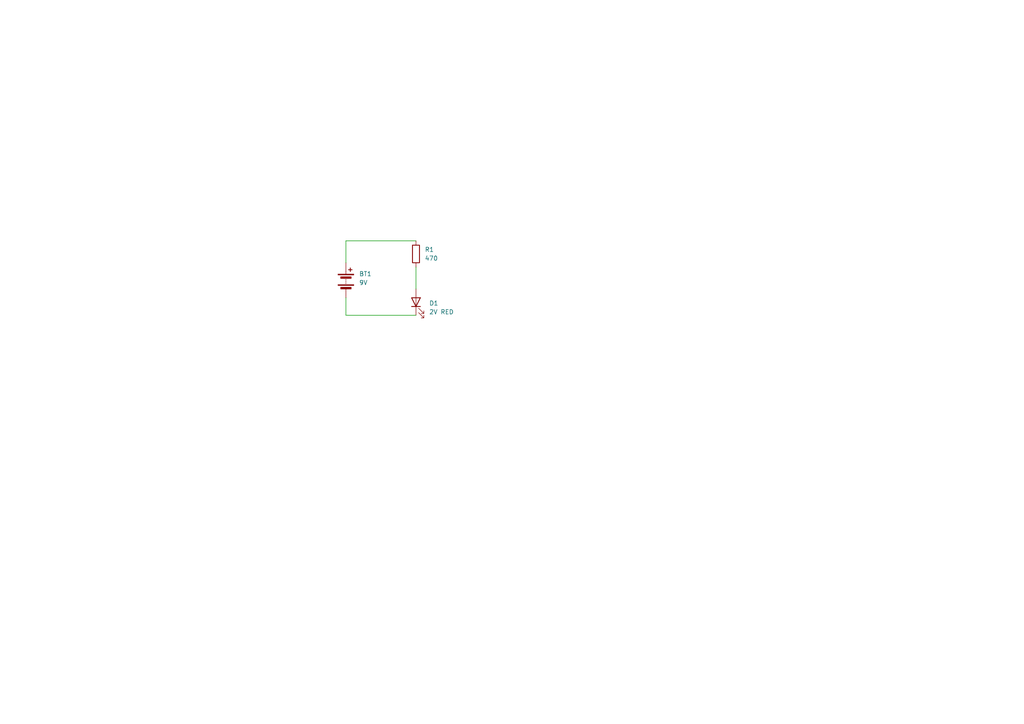
<source format=kicad_sch>
(kicad_sch (version 20231120) (generator "eeschema") (generator_version "8.0")
  (paper "A4")
  (lib_symbols
    (symbol "Device:Battery" (pin_numbers hide) (pin_names (offset 0) hide)
      (property "Reference" "BT" (at 2.54 2.54 0))
      (property "Value" "Battery" (at 2.54 0 0))
      (symbol "Battery_0_1"
        (rectangle (start -2.286 -1.27) (end 2.286 -1.524) (fill (type outline)))
        (rectangle (start -2.286 1.778) (end 2.286 1.524) (fill (type outline)))
        (rectangle (start -1.524 -2.032) (end 1.524 -2.54) (fill (type outline)))
        (rectangle (start -1.524 1.016) (end 1.524 0.508) (fill (type outline)))
        (polyline (pts (xy 0 -1.016) (xy 0 -0.762)))
        (polyline (pts (xy 0 -0.508) (xy 0 -0.254)))
        (polyline (pts (xy 0 0) (xy 0 0.254)))
        (polyline (pts (xy 0 1.778) (xy 0 2.54)))
        (polyline (pts (xy 0.762 3.048) (xy 1.778 3.048)) (stroke (width 0.254)))
        (polyline (pts (xy 1.27 3.556) (xy 1.27 2.54)) (stroke (width 0.254)))
      )
      (symbol "Battery_1_1"
        (pin passive line (at 0 5.08 270) (length 2.54) (name "+") (number "1"))
        (pin passive line (at 0 -5.08 90) (length 2.54) (name "-") (number "2"))
      )
    )
    (symbol "Device:LED" (pin_numbers hide) (pin_names (offset 1.016) hide)
      (property "Reference" "D" (at 0 2.54 0))
      (property "Value" "LED" (at 0 -2.54 0))
      (symbol "LED_0_1"
        (polyline (pts (xy -1.27 -1.27) (xy -1.27 1.27)) (stroke (width 0.254)))
        (polyline (pts (xy -1.27 0) (xy 1.27 0)))
        (polyline (pts (xy 1.27 -1.27) (xy 1.27 1.27) (xy -1.27 0) (xy 1.27 -1.27)) (stroke (width 0.254)))
        (polyline (pts (xy -3.048 -0.762) (xy -4.572 -2.286) (xy -3.81 -2.286) (xy -4.572 -2.286) (xy -4.572 -1.524)))
        (polyline (pts (xy -1.778 -0.762) (xy -3.302 -2.286) (xy -2.54 -2.286) (xy -3.302 -2.286) (xy -3.302 -1.524)))
      )
      (symbol "LED_1_1"
        (pin passive line (at -3.81 0 0) (length 2.54) (name "K") (number "1"))
        (pin passive line (at 3.81 0 180) (length 2.54) (name "A") (number "2"))
      )
    )
    (symbol "Device:R" (pin_numbers hide) (pin_names (offset 0))
      (property "Reference" "R" (at 2.032 0 90))
      (property "Value" "R" (at 0 0 90))
      (symbol "R_0_1"
        (rectangle (start -1.016 -2.54) (end 1.016 2.54) (stroke (width 0.254)))
      )
      (symbol "R_1_1"
        (pin passive line (at 0 3.81 270) (length 1.27) (name "~") (number "1"))
        (pin passive line (at 0 -3.81 90) (length 1.27) (name "~") (number "2"))
      )
    )
  )
  (wire (pts (xy 100.33 76.2) (xy 100.33 69.85)))
  (wire (pts (xy 100.33 91.44) (xy 100.33 86.36)))
  (wire (pts (xy 120.65 91.44) (xy 100.33 91.44)))
  (wire (pts (xy 100.33 69.85) (xy 120.65 69.85)))
  (wire (pts (xy 120.65 77.47) (xy 120.65 83.82)))
  (symbol (lib_id "Device:LED") (at 120.65 87.63 90) (unit 1)
    (property "Reference" "D1" (at 124.46 87.9474 90) (effects (justify right)))
    (property "Value" "2V RED" (at 124.46 90.4874 90) (effects (justify right)))
    (property "Footprint" "Battery:BatteryHolder_Keystone_107_1x23mm" (effects (hide yes)))
    (property "Description" "Light emitting diode" (effects (hide yes)))
  )
  (symbol (lib_id "Device:R") (at 120.65 73.66 0) (unit 1)
    (property "Reference" "R1" (at 123.19 72.3899 0) (effects (justify left)))
    (property "Value" "470" (at 123.19 74.9299 0) (effects (justify left)))
    (property "Description" "Resistor" (effects (hide yes)))
  )
  (symbol (lib_id "Device:Battery") (at 100.33 81.28 0) (unit 1)
    (property "Reference" "BT1" (at 104.14 79.4384 0) (effects (justify left)))
    (property "Value" "9V" (at 104.14 81.9784 0) (effects (justify left)))
    (property "Footprint" "Battery:BatteryHolder_Keystone_107_1x23mm" (effects (hide yes)))
    (property "Description" "Multiple-cell battery" (effects (hide yes)))
  )
)
</source>
